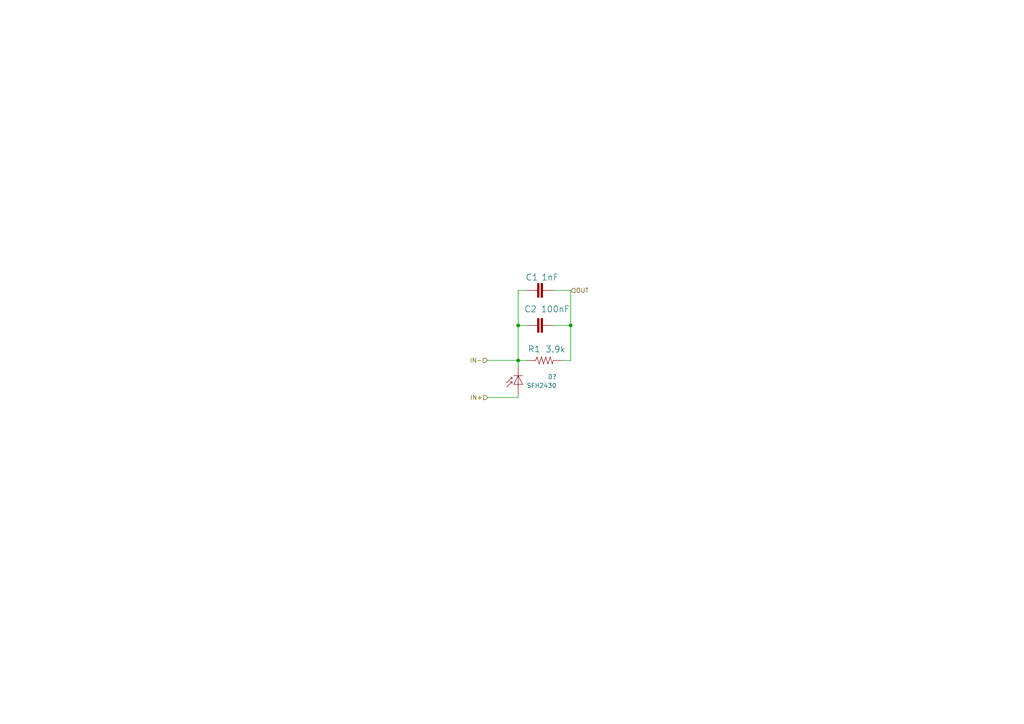
<source format=kicad_sch>
(kicad_sch (version 20231120) (generator "eeschema") (generator_version "8.0")
  (paper "A4")
  (lib_symbols
    (symbol "Sensor_Optical:SFH2430" (pin_numbers hide) (pin_names (offset 1.016) hide)
      (property "Reference" "D" (at 0.508 1.778 0))
      (property "Value" "SFH2430" (at -1.016 -2.794 0))
      (symbol "SFH2430_0_1"
        (polyline (pts (xy -2.54 1.27) (xy -2.54 -1.27)) (stroke (width 0.1524)))
        (polyline (pts (xy -2.032 1.778) (xy -1.524 1.778)))
        (polyline (pts (xy 0 -1.27) (xy 0 1.27)))
        (polyline (pts (xy 0 0) (xy -2.54 0)))
        (polyline (pts (xy -0.508 3.302) (xy -2.032 1.778) (xy -2.032 2.286)))
        (polyline (pts (xy 0 1.27) (xy -2.54 0) (xy 0 -1.27)))
        (polyline (pts (xy 0.762 3.302) (xy -0.762 1.778) (xy -0.762 2.286) (xy -0.762 1.778) (xy -0.254 1.778)))
      )
      (symbol "SFH2430_1_1"
        (pin passive line (at -5.08 0 0) (length 2.54) (name "K") (number "1"))
        (pin passive line (at 2.54 0 180) (length 2.54) (name "A") (number "2"))
      )
    )
    (symbol "mainboard:22UF-1210-16V-20%" (pin_names (offset 1.016))
      (property "Reference" "C" (at 1.524 2.921 0))
      (property "Value" "22UF-1210-16V-20%" (at 1.524 -2.159 0))
      (symbol "22UF-1210-16V-20%_1_0"
        (rectangle (start -2.032 0.508) (end 2.032 1.016) (fill (type outline)))
        (rectangle (start -2.032 1.524) (end 2.032 2.032) (fill (type outline)))
        (polyline (pts (xy 0 0) (xy 0 0.508)))
        (polyline (pts (xy 0 2.54) (xy 0 2.032)))
        (pin passive line (at 0 5.08 270) (length 2.54) (name "1") (number "1"))
        (pin passive line (at 0 -2.54 90) (length 2.54) (name "2") (number "2"))
      )
    )
    (symbol "pycubed_mainboard:RESISTOR0603" (pin_names (offset 1.016))
      (property "Reference" "R" (at 0 1.524 0))
      (property "Value" "RESISTOR0603" (at 0 -1.524 0))
      (symbol "RESISTOR0603_1_0"
        (polyline (pts (xy -2.54 0) (xy -2.159 1.016)))
        (polyline (pts (xy -2.159 1.016) (xy -1.524 -1.016)))
        (polyline (pts (xy -1.524 -1.016) (xy -0.889 1.016)))
        (polyline (pts (xy -0.889 1.016) (xy -0.254 -1.016)))
        (polyline (pts (xy -0.254 -1.016) (xy 0.381 1.016)))
        (polyline (pts (xy 0.381 1.016) (xy 1.016 -1.016)))
        (polyline (pts (xy 1.016 -1.016) (xy 1.651 1.016)))
        (polyline (pts (xy 1.651 1.016) (xy 2.286 -1.016)))
        (polyline (pts (xy 2.286 -1.016) (xy 2.54 0)))
        (pin passive line (at -5.08 0 0) (length 2.54) (name "1") (number "1"))
        (pin passive line (at 5.08 0 180) (length 2.54) (name "2") (number "2"))
      )
    )
  )
  (junction (at 165.5318 94.3864))
  (junction (at 150.2918 94.3864))
  (junction (at 150.2918 104.5464))
  (wire (pts (xy 141.478 115.2906) (xy 150.2918 115.2906)))
  (wire (pts (xy 165.5318 94.3864) (xy 165.5318 104.5464)))
  (wire (pts (xy 150.2918 104.5464) (xy 150.2918 106.426)))
  (wire (pts (xy 150.2918 94.3864) (xy 152.8318 94.3864)))
  (wire (pts (xy 150.2918 94.3864) (xy 150.2918 104.5464)))
  (wire (pts (xy 160.4518 94.3864) (xy 165.5318 94.3864)))
  (wire (pts (xy 150.2664 104.5464) (xy 150.2918 104.5464)))
  (wire (pts (xy 162.9918 104.5464) (xy 165.5318 104.5464)))
  (wire (pts (xy 160.4518 84.2264) (xy 165.5318 84.2264)))
  (wire (pts (xy 150.2664 104.521) (xy 150.2664 104.5464)))
  (wire (pts (xy 165.5318 84.2264) (xy 165.5318 94.3864)))
  (wire (pts (xy 150.2918 84.2264) (xy 150.2918 94.3864)))
  (wire (pts (xy 150.2918 104.5464) (xy 152.8318 104.5464)))
  (wire (pts (xy 150.2918 115.2906) (xy 150.2918 114.046)))
  (wire (pts (xy 141.3764 104.521) (xy 150.2664 104.521)))
  (wire (pts (xy 150.2918 84.2264) (xy 152.8318 84.2264)))
  (hierarchical_label "IN-" (shape input) (at 141.3764 104.521 180))
  (hierarchical_label "IN+" (shape input) (at 141.478 115.2906 180))
  (hierarchical_label "OUT" (shape input) (at 165.5318 84.2518 0))
  (symbol (lib_id "mainboard:22UF-1210-16V-20%") (at 157.9118 94.3864 90) (unit 1)
    (property "Reference" "C2" (at 155.7782 88.646 90) (effects (font (size 1.778 1.778)) (justify left bottom)))
    (property "Value" "100nF" (at 165.3286 88.646 90) (effects (font (size 1.778 1.778)) (justify left bottom)))
    (property "Footprint" "Capacitor_SMD:C_0402_1005Metric" (effects (hide yes)))
    (property "Description" "100uF 16V X5R 1210" (effects (hide yes)))
    (instances (project "sfh2430_breakout" (path "" (reference "C2") (unit 1)) (path "" (reference "C8") (unit 1)) (path "" (reference "C4") (unit 1)) (path "" (reference "C6") (unit 1))) (project "adcs-hardware" (path "" (reference "C?") (unit 1))) (project "mainboard" (path "" (reference "C?") (unit 1))))
  )
  (symbol (lib_id "Sensor_Optical:SFH2430") (at 150.2918 111.506 90) (mirror x) (unit 1)
    (property "Reference" "D?" (at 161.4424 109.2962 90) (effects (justify left)))
    (property "Value" "SFH2430" (at 161.4424 111.8362 90) (effects (justify left)))
    (property "Footprint" "adcs:Osram_SFH2430" (effects (hide yes)))
    (property "Datasheet" "https://dammedia.osram.info/media/resource/hires/osram-dam-5467144/SFH%202430_EN.pdf" (effects (hide yes)))
  )
  (symbol (lib_id "pycubed_mainboard:RESISTOR0603") (at 157.9118 104.5464 0) (unit 1)
    (property "Reference" "R1" (at 154.94 101.2444 0) (effects (font (size 1.778 1.778))))
    (property "Value" "3.9k" (at 161.0868 101.3206 0) (effects (font (size 1.778 1.778))))
    (property "Footprint" "Resistor_SMD:R_0402_1005Metric" (effects (hide yes)))
    (instances (project "sfh2430_breakout" (path "" (reference "R1") (unit 1)) (path "" (reference "R4") (unit 1)) (path "" (reference "R2") (unit 1)) (path "" (reference "R3") (unit 1))))
  )
  (symbol (lib_id "mainboard:22UF-1210-16V-20%") (at 157.9118 84.2264 90) (unit 1)
    (property "Reference" "C1" (at 156.1592 79.4258 90) (effects (font (size 1.778 1.778)) (justify left bottom)))
    (property "Value" "1nF" (at 162.0774 79.4258 90) (effects (font (size 1.778 1.778)) (justify left bottom)))
    (property "Footprint" "Capacitor_SMD:C_0402_1005Metric" (effects (hide yes)))
    (property "Description" "100uF 16V X5R 1210" (effects (hide yes)))
    (instances (project "sfh2430_breakout" (path "" (reference "C1") (unit 1)) (path "" (reference "C7") (unit 1)) (path "" (reference "C3") (unit 1)) (path "" (reference "C5") (unit 1))) (project "adcs-hardware" (path "" (reference "C?") (unit 1))) (project "mainboard" (path "" (reference "C?") (unit 1))))
  )
)
</source>
